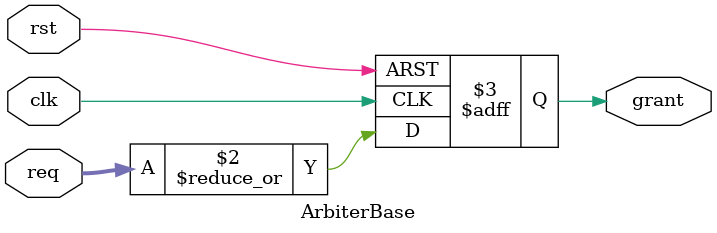
<source format=sv>
module TreeArbiter #(parameter W=4) (
    input clk, rst,
    input [W-1:0] req,
    output [W-1:0] grant
);
reg [1:0] l1_grant;
reg [1:0] l2_sel;
reg [3:0] internal_grant;
wire [1:0] l1_grant_comp;
wire [1:0] l2_sel_comp;

// Level 1: 4 groups
ArbiterBase #(2) L1_0 (.clk(clk), .rst(rst), .req(req[1:0]), .grant(l1_grant[0]));
ArbiterBase #(2) L1_1 (.clk(clk), .rst(rst), .req(req[3:2]), .grant(l1_grant[1]));

// Level 2
assign l1_grant_comp = ~l1_grant + 1'b1;
assign l2_sel_comp = ~l2_sel + 1'b1;

always @(posedge clk or posedge rst) begin
    if (rst) begin
        l2_sel <= 2'b0;
        internal_grant <= 4'b0;
    end else begin
        l2_sel <= (|l1_grant) ? (l1_grant[1]? 1 : 0) : l2_sel;
        internal_grant <= (l2_sel[0]) ? {l1_grant[1], 2'b0, 1'b0} : {2'b0, l1_grant[0], 1'b0};
    end
end

assign grant = internal_grant[W-1:0];
endmodule

module ArbiterBase #(parameter WIDTH=2) (
    input clk, rst,
    input [WIDTH-1:0] req,
    output reg grant
);
    always @(posedge clk or posedge rst) begin
        if (rst)
            grant <= 1'b0;
        else
            grant <= |req;
    end
endmodule
</source>
